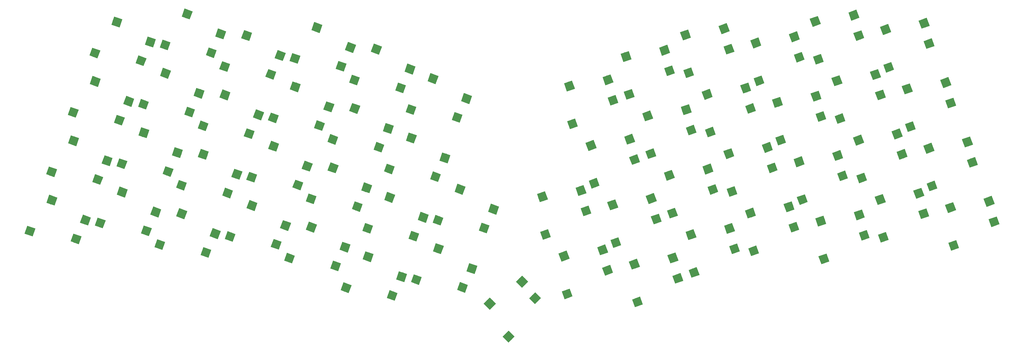
<source format=gbr>
G04 #@! TF.GenerationSoftware,KiCad,Pcbnew,(5.1.2)-1*
G04 #@! TF.CreationDate,2020-06-30T18:44:26+09:00*
G04 #@! TF.ProjectId,avion,6176696f-6e2e-46b6-9963-61645f706362,rev?*
G04 #@! TF.SameCoordinates,Original*
G04 #@! TF.FileFunction,Paste,Bot*
G04 #@! TF.FilePolarity,Positive*
%FSLAX46Y46*%
G04 Gerber Fmt 4.6, Leading zero omitted, Abs format (unit mm)*
G04 Created by KiCad (PCBNEW (5.1.2)-1) date 2020-06-30 18:44:26*
%MOMM*%
%LPD*%
G04 APERTURE LIST*
%ADD10C,2.500000*%
%ADD11C,0.100000*%
%ADD12C,2.600000*%
G04 APERTURE END LIST*
D10*
X26378576Y-69772686D03*
D11*
G36*
X24752943Y-70511226D02*
G01*
X25607993Y-68161995D01*
X28004209Y-69034146D01*
X27149159Y-71383377D01*
X24752943Y-70511226D01*
X24752943Y-70511226D01*
G37*
D10*
X40262050Y-72122846D03*
D11*
G36*
X38636417Y-72861386D02*
G01*
X39491467Y-70512155D01*
X41887683Y-71384306D01*
X41032633Y-73733537D01*
X38636417Y-72861386D01*
X38636417Y-72861386D01*
G37*
D12*
X43085237Y-66456723D03*
D11*
G36*
X44751464Y-65679749D02*
G01*
X43862211Y-68122950D01*
X41419010Y-67233697D01*
X42308263Y-64790496D01*
X44751464Y-65679749D01*
X44751464Y-65679749D01*
G37*
D12*
X32984232Y-60439067D03*
D11*
G36*
X34650459Y-59662093D02*
G01*
X33761206Y-62105294D01*
X31318005Y-61216041D01*
X32207258Y-58772840D01*
X34650459Y-59662093D01*
X34650459Y-59662093D01*
G37*
D12*
X167586722Y-131015059D03*
D11*
G36*
X168363696Y-129348832D02*
G01*
X169252949Y-131792033D01*
X166809748Y-132681286D01*
X165920495Y-130238085D01*
X168363696Y-129348832D01*
X168363696Y-129348832D01*
G37*
D12*
X179192616Y-129132050D03*
D11*
G36*
X179969590Y-127465823D02*
G01*
X180858843Y-129909024D01*
X178415642Y-130798277D01*
X177526389Y-128355076D01*
X179969590Y-127465823D01*
X179969590Y-127465823D01*
G37*
D10*
X180672042Y-135287261D03*
D11*
G36*
X179901459Y-136897952D02*
G01*
X179046409Y-134548721D01*
X181442625Y-133676570D01*
X182297675Y-136025801D01*
X179901459Y-136897952D01*
X179901459Y-136897952D01*
G37*
D10*
X168526031Y-142411059D03*
D11*
G36*
X167755448Y-144021750D02*
G01*
X166900398Y-141672519D01*
X169296614Y-140800368D01*
X170151664Y-143149599D01*
X167755448Y-144021750D01*
X167755448Y-144021750D01*
G37*
D12*
X54143112Y-58003990D03*
D11*
G36*
X55809339Y-57227016D02*
G01*
X54920086Y-59670217D01*
X52476885Y-58780964D01*
X53366138Y-56337763D01*
X55809339Y-57227016D01*
X55809339Y-57227016D01*
G37*
D12*
X64244117Y-64021646D03*
D11*
G36*
X65910344Y-63244672D02*
G01*
X65021091Y-65687873D01*
X62577890Y-64798620D01*
X63467143Y-62355419D01*
X65910344Y-63244672D01*
X65910344Y-63244672D01*
G37*
D10*
X61420930Y-69687769D03*
D11*
G36*
X59795297Y-70426309D02*
G01*
X60650347Y-68077078D01*
X63046563Y-68949229D01*
X62191513Y-71298460D01*
X59795297Y-70426309D01*
X59795297Y-70426309D01*
G37*
D10*
X47537456Y-67337609D03*
D11*
G36*
X45911823Y-68076149D02*
G01*
X46766873Y-65726918D01*
X49163089Y-66599069D01*
X48308039Y-68948300D01*
X45911823Y-68076149D01*
X45911823Y-68076149D01*
G37*
D10*
X65438605Y-73853082D03*
D11*
G36*
X63812972Y-74591622D02*
G01*
X64668022Y-72242391D01*
X67064238Y-73114542D01*
X66209188Y-75463773D01*
X63812972Y-74591622D01*
X63812972Y-74591622D01*
G37*
D10*
X79322079Y-76203242D03*
D11*
G36*
X77696446Y-76941782D02*
G01*
X78551496Y-74592551D01*
X80947712Y-75464702D01*
X80092662Y-77813933D01*
X77696446Y-76941782D01*
X77696446Y-76941782D01*
G37*
D12*
X82145266Y-70537119D03*
D11*
G36*
X83811493Y-69760145D02*
G01*
X82922240Y-72203346D01*
X80479039Y-71314093D01*
X81368292Y-68870892D01*
X83811493Y-69760145D01*
X83811493Y-69760145D01*
G37*
D12*
X72044261Y-64519463D03*
D11*
G36*
X73710488Y-63742489D02*
G01*
X72821235Y-66185690D01*
X70378034Y-65296437D01*
X71267287Y-62853236D01*
X73710488Y-63742489D01*
X73710488Y-63742489D01*
G37*
D12*
X93203151Y-62084374D03*
D11*
G36*
X94869378Y-61307400D02*
G01*
X93980125Y-63750601D01*
X91536924Y-62861348D01*
X92426177Y-60418147D01*
X94869378Y-61307400D01*
X94869378Y-61307400D01*
G37*
D12*
X103304156Y-68102030D03*
D11*
G36*
X104970383Y-67325056D02*
G01*
X104081130Y-69768257D01*
X101637929Y-68879004D01*
X102527182Y-66435803D01*
X104970383Y-67325056D01*
X104970383Y-67325056D01*
G37*
D10*
X100480969Y-73768153D03*
D11*
G36*
X98855336Y-74506693D02*
G01*
X99710386Y-72157462D01*
X102106602Y-73029613D01*
X101251552Y-75378844D01*
X98855336Y-74506693D01*
X98855336Y-74506693D01*
G37*
D10*
X86597495Y-71417993D03*
D11*
G36*
X84971862Y-72156533D02*
G01*
X85826912Y-69807302D01*
X88223128Y-70679453D01*
X87368078Y-73028684D01*
X84971862Y-72156533D01*
X84971862Y-72156533D01*
G37*
D10*
X104498637Y-77933476D03*
D11*
G36*
X102873004Y-78672016D02*
G01*
X103728054Y-76322785D01*
X106124270Y-77194936D01*
X105269220Y-79544167D01*
X102873004Y-78672016D01*
X102873004Y-78672016D01*
G37*
D10*
X118382111Y-80283636D03*
D11*
G36*
X116756478Y-81022176D02*
G01*
X117611528Y-78672945D01*
X120007744Y-79545096D01*
X119152694Y-81894327D01*
X116756478Y-81022176D01*
X116756478Y-81022176D01*
G37*
D12*
X121205298Y-74617513D03*
D11*
G36*
X122871525Y-73840539D02*
G01*
X121982272Y-76283740D01*
X119539071Y-75394487D01*
X120428324Y-72951286D01*
X122871525Y-73840539D01*
X122871525Y-73840539D01*
G37*
D12*
X111104293Y-68599857D03*
D11*
G36*
X112770520Y-67822883D02*
G01*
X111881267Y-70266084D01*
X109438066Y-69376831D01*
X110327319Y-66933630D01*
X112770520Y-67822883D01*
X112770520Y-67822883D01*
G37*
D12*
X128136705Y-77502167D03*
D11*
G36*
X129802932Y-76725193D02*
G01*
X128913679Y-79168394D01*
X126470478Y-78279141D01*
X127359731Y-75835940D01*
X129802932Y-76725193D01*
X129802932Y-76725193D01*
G37*
D12*
X138237710Y-83519823D03*
D11*
G36*
X139903937Y-82742849D02*
G01*
X139014684Y-85186050D01*
X136571483Y-84296797D01*
X137460736Y-81853596D01*
X139903937Y-82742849D01*
X139903937Y-82742849D01*
G37*
D10*
X135414523Y-89185946D03*
D11*
G36*
X133788890Y-89924486D02*
G01*
X134643940Y-87575255D01*
X137040156Y-88447406D01*
X136185106Y-90796637D01*
X133788890Y-89924486D01*
X133788890Y-89924486D01*
G37*
D10*
X121531049Y-86835786D03*
D11*
G36*
X119905416Y-87574326D02*
G01*
X120760466Y-85225095D01*
X123156682Y-86097246D01*
X122301632Y-88446477D01*
X119905416Y-87574326D01*
X119905416Y-87574326D01*
G37*
D12*
X169199154Y-79746717D03*
D11*
G36*
X169976128Y-78080490D02*
G01*
X170865381Y-80523691D01*
X168422180Y-81412944D01*
X167532927Y-78969743D01*
X169976128Y-78080490D01*
X169976128Y-78080490D01*
G37*
D12*
X180805048Y-77863708D03*
D11*
G36*
X181582022Y-76197481D02*
G01*
X182471275Y-78640682D01*
X180028074Y-79529935D01*
X179138821Y-77086734D01*
X181582022Y-76197481D01*
X181582022Y-76197481D01*
G37*
D10*
X182284474Y-84018919D03*
D11*
G36*
X181513891Y-85629610D02*
G01*
X180658841Y-83280379D01*
X183055057Y-82408228D01*
X183910107Y-84757459D01*
X181513891Y-85629610D01*
X181513891Y-85629610D01*
G37*
D10*
X170138463Y-91142717D03*
D11*
G36*
X169367880Y-92753408D02*
G01*
X168512830Y-90404177D01*
X170909046Y-89532026D01*
X171764096Y-91881257D01*
X169367880Y-92753408D01*
X169367880Y-92753408D01*
G37*
D12*
X186231570Y-70844409D03*
D11*
G36*
X187008544Y-69178182D02*
G01*
X187897797Y-71621383D01*
X185454596Y-72510636D01*
X184565343Y-70067435D01*
X187008544Y-69178182D01*
X187008544Y-69178182D01*
G37*
D12*
X197837464Y-68961400D03*
D11*
G36*
X198614438Y-67295173D02*
G01*
X199503691Y-69738374D01*
X197060490Y-70627627D01*
X196171237Y-68184426D01*
X198614438Y-67295173D01*
X198614438Y-67295173D01*
G37*
D10*
X199316890Y-75116611D03*
D11*
G36*
X198546307Y-76727302D02*
G01*
X197691257Y-74378071D01*
X200087473Y-73505920D01*
X200942523Y-75855151D01*
X198546307Y-76727302D01*
X198546307Y-76727302D01*
G37*
D10*
X187170879Y-82240409D03*
D11*
G36*
X186400296Y-83851100D02*
G01*
X185545246Y-81501869D01*
X187941462Y-80629718D01*
X188796512Y-82978949D01*
X186400296Y-83851100D01*
X186400296Y-83851100D01*
G37*
D10*
X205072023Y-75724931D03*
D11*
G36*
X204301440Y-77335622D02*
G01*
X203446390Y-74986391D01*
X205842606Y-74114240D01*
X206697656Y-76463471D01*
X204301440Y-77335622D01*
X204301440Y-77335622D01*
G37*
D10*
X217218034Y-68601133D03*
D11*
G36*
X216447451Y-70211824D02*
G01*
X215592401Y-67862593D01*
X217988617Y-66990442D01*
X218843667Y-69339673D01*
X216447451Y-70211824D01*
X216447451Y-70211824D01*
G37*
D12*
X215738608Y-62445922D03*
D11*
G36*
X216515582Y-60779695D02*
G01*
X217404835Y-63222896D01*
X214961634Y-64112149D01*
X214072381Y-61668948D01*
X216515582Y-60779695D01*
X216515582Y-60779695D01*
G37*
D12*
X204132714Y-64328931D03*
D11*
G36*
X204909688Y-62662704D02*
G01*
X205798941Y-65105905D01*
X203355740Y-65995158D01*
X202466487Y-63551957D01*
X204909688Y-62662704D01*
X204909688Y-62662704D01*
G37*
D10*
X226230904Y-78160020D03*
D11*
G36*
X225460321Y-79770711D02*
G01*
X224605271Y-77421480D01*
X227001487Y-76549329D01*
X227856537Y-78898560D01*
X225460321Y-79770711D01*
X225460321Y-79770711D01*
G37*
D10*
X238376915Y-71036222D03*
D11*
G36*
X237606332Y-72646913D02*
G01*
X236751282Y-70297682D01*
X239147498Y-69425531D01*
X240002548Y-71774762D01*
X237606332Y-72646913D01*
X237606332Y-72646913D01*
G37*
D12*
X236897489Y-64881011D03*
D11*
G36*
X237674463Y-63214784D02*
G01*
X238563716Y-65657985D01*
X236120515Y-66547238D01*
X235231262Y-64104037D01*
X237674463Y-63214784D01*
X237674463Y-63214784D01*
G37*
D12*
X225291595Y-66764020D03*
D11*
G36*
X226068569Y-65097793D02*
G01*
X226957822Y-67540994D01*
X224514621Y-68430247D01*
X223625368Y-65987046D01*
X226068569Y-65097793D01*
X226068569Y-65097793D01*
G37*
D12*
X243192745Y-60248536D03*
D11*
G36*
X243969719Y-58582309D02*
G01*
X244858972Y-61025510D01*
X242415771Y-61914763D01*
X241526518Y-59471562D01*
X243969719Y-58582309D01*
X243969719Y-58582309D01*
G37*
D12*
X254798639Y-58365527D03*
D11*
G36*
X255575613Y-56699300D02*
G01*
X256464866Y-59142501D01*
X254021665Y-60031754D01*
X253132412Y-57588553D01*
X255575613Y-56699300D01*
X255575613Y-56699300D01*
G37*
D10*
X256278065Y-64520738D03*
D11*
G36*
X255507482Y-66131429D02*
G01*
X254652432Y-63782198D01*
X257048648Y-62910047D01*
X257903698Y-65259278D01*
X255507482Y-66131429D01*
X255507482Y-66131429D01*
G37*
D10*
X244132054Y-71644536D03*
D11*
G36*
X243361471Y-73255227D02*
G01*
X242506421Y-70905996D01*
X244902637Y-70033845D01*
X245757687Y-72383076D01*
X243361471Y-73255227D01*
X243361471Y-73255227D01*
G37*
D12*
X264351630Y-62683620D03*
D11*
G36*
X265128604Y-61017393D02*
G01*
X266017857Y-63460594D01*
X263574656Y-64349847D01*
X262685403Y-61906646D01*
X265128604Y-61017393D01*
X265128604Y-61017393D01*
G37*
D12*
X275957524Y-60800611D03*
D11*
G36*
X276734498Y-59134384D02*
G01*
X277623751Y-61577585D01*
X275180550Y-62466838D01*
X274291297Y-60023637D01*
X276734498Y-59134384D01*
X276734498Y-59134384D01*
G37*
D10*
X277436950Y-66955822D03*
D11*
G36*
X276666367Y-68566513D02*
G01*
X275811317Y-66217282D01*
X278207533Y-65345131D01*
X279062583Y-67694362D01*
X276666367Y-68566513D01*
X276666367Y-68566513D01*
G37*
D10*
X265290939Y-74079620D03*
D11*
G36*
X264520356Y-75690311D02*
G01*
X263665306Y-73341080D01*
X266061522Y-72468929D01*
X266916572Y-74818160D01*
X264520356Y-75690311D01*
X264520356Y-75690311D01*
G37*
D10*
X19863097Y-87673839D03*
D11*
G36*
X18237464Y-88412379D02*
G01*
X19092514Y-86063148D01*
X21488730Y-86935299D01*
X20633680Y-89284530D01*
X18237464Y-88412379D01*
X18237464Y-88412379D01*
G37*
D10*
X33746571Y-90023999D03*
D11*
G36*
X32120938Y-90762539D02*
G01*
X32975988Y-88413308D01*
X35372204Y-89285459D01*
X34517154Y-91634690D01*
X32120938Y-90762539D01*
X32120938Y-90762539D01*
G37*
D12*
X36569758Y-84357876D03*
D11*
G36*
X38235985Y-83580902D02*
G01*
X37346732Y-86024103D01*
X34903531Y-85134850D01*
X35792784Y-82691649D01*
X38235985Y-83580902D01*
X38235985Y-83580902D01*
G37*
D12*
X26468753Y-78340220D03*
D11*
G36*
X28134980Y-77563246D02*
G01*
X27245727Y-80006447D01*
X24802526Y-79117194D01*
X25691779Y-76673993D01*
X28134980Y-77563246D01*
X28134980Y-77563246D01*
G37*
D12*
X47627633Y-75905132D03*
D11*
G36*
X49293860Y-75128158D02*
G01*
X48404607Y-77571359D01*
X45961406Y-76682106D01*
X46850659Y-74238905D01*
X49293860Y-75128158D01*
X49293860Y-75128158D01*
G37*
D12*
X57728638Y-81922788D03*
D11*
G36*
X59394865Y-81145814D02*
G01*
X58505612Y-83589015D01*
X56062411Y-82699762D01*
X56951664Y-80256561D01*
X59394865Y-81145814D01*
X59394865Y-81145814D01*
G37*
D10*
X54905451Y-87588911D03*
D11*
G36*
X53279818Y-88327451D02*
G01*
X54134868Y-85978220D01*
X56531084Y-86850371D01*
X55676034Y-89199602D01*
X53279818Y-88327451D01*
X53279818Y-88327451D01*
G37*
D10*
X41021977Y-85238751D03*
D11*
G36*
X39396344Y-85977291D02*
G01*
X40251394Y-83628060D01*
X42647610Y-84500211D01*
X41792560Y-86849442D01*
X39396344Y-85977291D01*
X39396344Y-85977291D01*
G37*
D10*
X58923122Y-91754227D03*
D11*
G36*
X57297489Y-92492767D02*
G01*
X58152539Y-90143536D01*
X60548755Y-91015687D01*
X59693705Y-93364918D01*
X57297489Y-92492767D01*
X57297489Y-92492767D01*
G37*
D10*
X72806596Y-94104387D03*
D11*
G36*
X71180963Y-94842927D02*
G01*
X72036013Y-92493696D01*
X74432229Y-93365847D01*
X73577179Y-95715078D01*
X71180963Y-94842927D01*
X71180963Y-94842927D01*
G37*
D12*
X75629783Y-88438264D03*
D11*
G36*
X77296010Y-87661290D02*
G01*
X76406757Y-90104491D01*
X73963556Y-89215238D01*
X74852809Y-86772037D01*
X77296010Y-87661290D01*
X77296010Y-87661290D01*
G37*
D12*
X65528778Y-82420608D03*
D11*
G36*
X67195005Y-81643634D02*
G01*
X66305752Y-84086835D01*
X63862551Y-83197582D01*
X64751804Y-80754381D01*
X67195005Y-81643634D01*
X67195005Y-81643634D01*
G37*
D12*
X86687665Y-79985523D03*
D11*
G36*
X88353892Y-79208549D02*
G01*
X87464639Y-81651750D01*
X85021438Y-80762497D01*
X85910691Y-78319296D01*
X88353892Y-79208549D01*
X88353892Y-79208549D01*
G37*
D12*
X96788670Y-86003179D03*
D11*
G36*
X98454897Y-85226205D02*
G01*
X97565644Y-87669406D01*
X95122443Y-86780153D01*
X96011696Y-84336952D01*
X98454897Y-85226205D01*
X98454897Y-85226205D01*
G37*
D10*
X93965483Y-91669302D03*
D11*
G36*
X92339850Y-92407842D02*
G01*
X93194900Y-90058611D01*
X95591116Y-90930762D01*
X94736066Y-93279993D01*
X92339850Y-92407842D01*
X92339850Y-92407842D01*
G37*
D10*
X80082009Y-89319142D03*
D11*
G36*
X78456376Y-90057682D02*
G01*
X79311426Y-87708451D01*
X81707642Y-88580602D01*
X80852592Y-90929833D01*
X78456376Y-90057682D01*
X78456376Y-90057682D01*
G37*
D12*
X104588813Y-86501007D03*
D11*
G36*
X106255040Y-85724033D02*
G01*
X105365787Y-88167234D01*
X102922586Y-87277981D01*
X103811839Y-84834780D01*
X106255040Y-85724033D01*
X106255040Y-85724033D01*
G37*
D12*
X114689818Y-92518663D03*
D11*
G36*
X116356045Y-91741689D02*
G01*
X115466792Y-94184890D01*
X113023591Y-93295637D01*
X113912844Y-90852436D01*
X116356045Y-91741689D01*
X116356045Y-91741689D01*
G37*
D10*
X111866631Y-98184786D03*
D11*
G36*
X110240998Y-98923326D02*
G01*
X111096048Y-96574095D01*
X113492264Y-97446246D01*
X112637214Y-99795477D01*
X110240998Y-98923326D01*
X110240998Y-98923326D01*
G37*
D10*
X97983157Y-95834626D03*
D11*
G36*
X96357524Y-96573166D02*
G01*
X97212574Y-94223935D01*
X99608790Y-95096086D01*
X98753740Y-97445317D01*
X96357524Y-96573166D01*
X96357524Y-96573166D01*
G37*
D10*
X115015569Y-104736930D03*
D11*
G36*
X113389936Y-105475470D02*
G01*
X114244986Y-103126239D01*
X116641202Y-103998390D01*
X115786152Y-106347621D01*
X113389936Y-105475470D01*
X113389936Y-105475470D01*
G37*
D10*
X128899043Y-107087090D03*
D11*
G36*
X127273410Y-107825630D02*
G01*
X128128460Y-105476399D01*
X130524676Y-106348550D01*
X129669626Y-108697781D01*
X127273410Y-107825630D01*
X127273410Y-107825630D01*
G37*
D12*
X131722230Y-101420967D03*
D11*
G36*
X133388457Y-100643993D02*
G01*
X132499204Y-103087194D01*
X130056003Y-102197941D01*
X130945256Y-99754740D01*
X133388457Y-100643993D01*
X133388457Y-100643993D01*
G37*
D12*
X121621225Y-95403311D03*
D11*
G36*
X123287452Y-94626337D02*
G01*
X122398199Y-97069538D01*
X119954998Y-96180285D01*
X120844251Y-93737084D01*
X123287452Y-94626337D01*
X123287452Y-94626337D01*
G37*
D10*
X176653947Y-109043857D03*
D11*
G36*
X175883364Y-110654548D02*
G01*
X175028314Y-108305317D01*
X177424530Y-107433166D01*
X178279580Y-109782397D01*
X175883364Y-110654548D01*
X175883364Y-110654548D01*
G37*
D10*
X188799958Y-101920059D03*
D11*
G36*
X188029375Y-103530750D02*
G01*
X187174325Y-101181519D01*
X189570541Y-100309368D01*
X190425591Y-102658599D01*
X188029375Y-103530750D01*
X188029375Y-103530750D01*
G37*
D12*
X187320532Y-95764848D03*
D11*
G36*
X188097506Y-94098621D02*
G01*
X188986759Y-96541822D01*
X186543558Y-97431075D01*
X185654305Y-94987874D01*
X188097506Y-94098621D01*
X188097506Y-94098621D01*
G37*
D12*
X175714638Y-97647857D03*
D11*
G36*
X176491612Y-95981630D02*
G01*
X177380865Y-98424831D01*
X174937664Y-99314084D01*
X174048411Y-96870883D01*
X176491612Y-95981630D01*
X176491612Y-95981630D01*
G37*
D12*
X192747054Y-88745555D03*
D11*
G36*
X193524028Y-87079328D02*
G01*
X194413281Y-89522529D01*
X191970080Y-90411782D01*
X191080827Y-87968581D01*
X193524028Y-87079328D01*
X193524028Y-87079328D01*
G37*
D12*
X204352948Y-86862546D03*
D11*
G36*
X205129922Y-85196319D02*
G01*
X206019175Y-87639520D01*
X203575974Y-88528773D01*
X202686721Y-86085572D01*
X205129922Y-85196319D01*
X205129922Y-85196319D01*
G37*
D10*
X205832374Y-93017757D03*
D11*
G36*
X205061791Y-94628448D02*
G01*
X204206741Y-92279217D01*
X206602957Y-91407066D01*
X207458007Y-93756297D01*
X205061791Y-94628448D01*
X205061791Y-94628448D01*
G37*
D10*
X193686363Y-100141555D03*
D11*
G36*
X192915780Y-101752246D02*
G01*
X192060730Y-99403015D01*
X194456946Y-98530864D01*
X195311996Y-100880095D01*
X192915780Y-101752246D01*
X192915780Y-101752246D01*
G37*
D10*
X211587509Y-93626075D03*
D11*
G36*
X210816926Y-95236766D02*
G01*
X209961876Y-92887535D01*
X212358092Y-92015384D01*
X213213142Y-94364615D01*
X210816926Y-95236766D01*
X210816926Y-95236766D01*
G37*
D10*
X223733520Y-86502277D03*
D11*
G36*
X222962937Y-88112968D02*
G01*
X222107887Y-85763737D01*
X224504103Y-84891586D01*
X225359153Y-87240817D01*
X222962937Y-88112968D01*
X222962937Y-88112968D01*
G37*
D12*
X222254094Y-80347066D03*
D11*
G36*
X223031068Y-78680839D02*
G01*
X223920321Y-81124040D01*
X221477120Y-82013293D01*
X220587867Y-79570092D01*
X223031068Y-78680839D01*
X223031068Y-78680839D01*
G37*
D12*
X210648200Y-82230075D03*
D11*
G36*
X211425174Y-80563848D02*
G01*
X212314427Y-83007049D01*
X209871226Y-83896302D01*
X208981973Y-81453101D01*
X211425174Y-80563848D01*
X211425174Y-80563848D01*
G37*
D10*
X232746388Y-96061161D03*
D11*
G36*
X231975805Y-97671852D02*
G01*
X231120755Y-95322621D01*
X233516971Y-94450470D01*
X234372021Y-96799701D01*
X231975805Y-97671852D01*
X231975805Y-97671852D01*
G37*
D10*
X244892399Y-88937363D03*
D11*
G36*
X244121816Y-90548054D02*
G01*
X243266766Y-88198823D01*
X245662982Y-87326672D01*
X246518032Y-89675903D01*
X244121816Y-90548054D01*
X244121816Y-90548054D01*
G37*
D12*
X243412973Y-82782152D03*
D11*
G36*
X244189947Y-81115925D02*
G01*
X245079200Y-83559126D01*
X242635999Y-84448379D01*
X241746746Y-82005178D01*
X244189947Y-81115925D01*
X244189947Y-81115925D01*
G37*
D12*
X231807079Y-84665161D03*
D11*
G36*
X232584053Y-82998934D02*
G01*
X233473306Y-85442135D01*
X231030105Y-86331388D01*
X230140852Y-83888187D01*
X232584053Y-82998934D01*
X232584053Y-82998934D01*
G37*
D12*
X249708233Y-78149688D03*
D11*
G36*
X250485207Y-76483461D02*
G01*
X251374460Y-78926662D01*
X248931259Y-79815915D01*
X248042006Y-77372714D01*
X250485207Y-76483461D01*
X250485207Y-76483461D01*
G37*
D12*
X261314127Y-76266679D03*
D11*
G36*
X262091101Y-74600452D02*
G01*
X262980354Y-77043653D01*
X260537153Y-77932906D01*
X259647900Y-75489705D01*
X262091101Y-74600452D01*
X262091101Y-74600452D01*
G37*
D10*
X262793553Y-82421890D03*
D11*
G36*
X262022970Y-84032581D02*
G01*
X261167920Y-81683350D01*
X263564136Y-80811199D01*
X264419186Y-83160430D01*
X262022970Y-84032581D01*
X262022970Y-84032581D01*
G37*
D10*
X250647542Y-89545688D03*
D11*
G36*
X249876959Y-91156379D02*
G01*
X249021909Y-88807148D01*
X251418125Y-87934997D01*
X252273175Y-90284228D01*
X249876959Y-91156379D01*
X249876959Y-91156379D01*
G37*
D12*
X270867115Y-80584770D03*
D11*
G36*
X271644089Y-78918543D02*
G01*
X272533342Y-81361744D01*
X270090141Y-82250997D01*
X269200888Y-79807796D01*
X271644089Y-78918543D01*
X271644089Y-78918543D01*
G37*
D12*
X282473009Y-78701761D03*
D11*
G36*
X283249983Y-77035534D02*
G01*
X284139236Y-79478735D01*
X281696035Y-80367988D01*
X280806782Y-77924787D01*
X283249983Y-77035534D01*
X283249983Y-77035534D01*
G37*
D10*
X283952435Y-84856972D03*
D11*
G36*
X283181852Y-86467663D02*
G01*
X282326802Y-84118432D01*
X284723018Y-83246281D01*
X285578068Y-85595512D01*
X283181852Y-86467663D01*
X283181852Y-86467663D01*
G37*
D10*
X271806424Y-91980770D03*
D11*
G36*
X271035841Y-93591461D02*
G01*
X270180791Y-91242230D01*
X272577007Y-90370079D01*
X273432057Y-92719310D01*
X271035841Y-93591461D01*
X271035841Y-93591461D01*
G37*
D10*
X13347613Y-105574981D03*
D11*
G36*
X11721980Y-106313521D02*
G01*
X12577030Y-103964290D01*
X14973246Y-104836441D01*
X14118196Y-107185672D01*
X11721980Y-106313521D01*
X11721980Y-106313521D01*
G37*
D10*
X27231087Y-107925141D03*
D11*
G36*
X25605454Y-108663681D02*
G01*
X26460504Y-106314450D01*
X28856720Y-107186601D01*
X28001670Y-109535832D01*
X25605454Y-108663681D01*
X25605454Y-108663681D01*
G37*
D12*
X30054274Y-102259018D03*
D11*
G36*
X31720501Y-101482044D02*
G01*
X30831248Y-103925245D01*
X28388047Y-103035992D01*
X29277300Y-100592791D01*
X31720501Y-101482044D01*
X31720501Y-101482044D01*
G37*
D12*
X19953269Y-96241362D03*
D11*
G36*
X21619496Y-95464388D02*
G01*
X20730243Y-97907589D01*
X18287042Y-97018336D01*
X19176295Y-94575135D01*
X21619496Y-95464388D01*
X21619496Y-95464388D01*
G37*
D12*
X41112151Y-93806271D03*
D11*
G36*
X42778378Y-93029297D02*
G01*
X41889125Y-95472498D01*
X39445924Y-94583245D01*
X40335177Y-92140044D01*
X42778378Y-93029297D01*
X42778378Y-93029297D01*
G37*
D12*
X51213156Y-99823927D03*
D11*
G36*
X52879383Y-99046953D02*
G01*
X51990130Y-101490154D01*
X49546929Y-100600901D01*
X50436182Y-98157700D01*
X52879383Y-99046953D01*
X52879383Y-99046953D01*
G37*
D10*
X48389969Y-105490050D03*
D11*
G36*
X46764336Y-106228590D02*
G01*
X47619386Y-103879359D01*
X50015602Y-104751510D01*
X49160552Y-107100741D01*
X46764336Y-106228590D01*
X46764336Y-106228590D01*
G37*
D10*
X34506495Y-103139890D03*
D11*
G36*
X32880862Y-103878430D02*
G01*
X33735912Y-101529199D01*
X36132128Y-102401350D01*
X35277078Y-104750581D01*
X32880862Y-103878430D01*
X32880862Y-103878430D01*
G37*
D12*
X59013298Y-100321751D03*
D11*
G36*
X60679525Y-99544777D02*
G01*
X59790272Y-101987978D01*
X57347071Y-101098725D01*
X58236324Y-98655524D01*
X60679525Y-99544777D01*
X60679525Y-99544777D01*
G37*
D12*
X69114303Y-106339407D03*
D11*
G36*
X70780530Y-105562433D02*
G01*
X69891277Y-108005634D01*
X67448076Y-107116381D01*
X68337329Y-104673180D01*
X70780530Y-105562433D01*
X70780530Y-105562433D01*
G37*
D10*
X66291116Y-112005530D03*
D11*
G36*
X64665483Y-112744070D02*
G01*
X65520533Y-110394839D01*
X67916749Y-111266990D01*
X67061699Y-113616221D01*
X64665483Y-112744070D01*
X64665483Y-112744070D01*
G37*
D10*
X52407642Y-109655370D03*
D11*
G36*
X50782009Y-110393910D02*
G01*
X51637059Y-108044679D01*
X54033275Y-108916830D01*
X53178225Y-111266061D01*
X50782009Y-110393910D01*
X50782009Y-110393910D01*
G37*
D10*
X73566535Y-107220287D03*
D11*
G36*
X71940902Y-107958827D02*
G01*
X72795952Y-105609596D01*
X75192168Y-106481747D01*
X74337118Y-108830978D01*
X71940902Y-107958827D01*
X71940902Y-107958827D01*
G37*
D10*
X87450009Y-109570447D03*
D11*
G36*
X85824376Y-110308987D02*
G01*
X86679426Y-107959756D01*
X89075642Y-108831907D01*
X88220592Y-111181138D01*
X85824376Y-110308987D01*
X85824376Y-110308987D01*
G37*
D12*
X90273196Y-103904324D03*
D11*
G36*
X91939423Y-103127350D02*
G01*
X91050170Y-105570551D01*
X88606969Y-104681298D01*
X89496222Y-102238097D01*
X91939423Y-103127350D01*
X91939423Y-103127350D01*
G37*
D12*
X80172191Y-97886668D03*
D11*
G36*
X81838418Y-97109694D02*
G01*
X80949165Y-99552895D01*
X78505964Y-98663642D01*
X79395217Y-96220441D01*
X81838418Y-97109694D01*
X81838418Y-97109694D01*
G37*
D12*
X98073328Y-104402154D03*
D11*
G36*
X99739555Y-103625180D02*
G01*
X98850302Y-106068381D01*
X96407101Y-105179128D01*
X97296354Y-102735927D01*
X99739555Y-103625180D01*
X99739555Y-103625180D01*
G37*
D12*
X108174333Y-110419810D03*
D11*
G36*
X109840560Y-109642836D02*
G01*
X108951307Y-112086037D01*
X106508106Y-111196784D01*
X107397359Y-108753583D01*
X109840560Y-109642836D01*
X109840560Y-109642836D01*
G37*
D10*
X105351146Y-116085933D03*
D11*
G36*
X103725513Y-116824473D02*
G01*
X104580563Y-114475242D01*
X106976779Y-115347393D01*
X106121729Y-117696624D01*
X103725513Y-116824473D01*
X103725513Y-116824473D01*
G37*
D10*
X91467672Y-113735773D03*
D11*
G36*
X89842039Y-114474313D02*
G01*
X90697089Y-112125082D01*
X93093305Y-112997233D01*
X92238255Y-115346464D01*
X89842039Y-114474313D01*
X89842039Y-114474313D01*
G37*
D10*
X108500079Y-122638071D03*
D11*
G36*
X106874446Y-123376611D02*
G01*
X107729496Y-121027380D01*
X110125712Y-121899531D01*
X109270662Y-124248762D01*
X106874446Y-123376611D01*
X106874446Y-123376611D01*
G37*
D10*
X122383553Y-124988231D03*
D11*
G36*
X120757920Y-125726771D02*
G01*
X121612970Y-123377540D01*
X124009186Y-124249691D01*
X123154136Y-126598922D01*
X120757920Y-125726771D01*
X120757920Y-125726771D01*
G37*
D12*
X125206740Y-119322108D03*
D11*
G36*
X126872967Y-118545134D02*
G01*
X125983714Y-120988335D01*
X123540513Y-120099082D01*
X124429766Y-117655881D01*
X126872967Y-118545134D01*
X126872967Y-118545134D01*
G37*
D12*
X115105735Y-113304452D03*
D11*
G36*
X116771962Y-112527478D02*
G01*
X115882709Y-114970679D01*
X113439508Y-114081426D01*
X114328761Y-111638225D01*
X116771962Y-112527478D01*
X116771962Y-112527478D01*
G37*
D10*
X183169434Y-126945001D03*
D11*
G36*
X182398851Y-128555692D02*
G01*
X181543801Y-126206461D01*
X183940017Y-125334310D01*
X184795067Y-127683541D01*
X182398851Y-128555692D01*
X182398851Y-128555692D01*
G37*
D10*
X195315445Y-119821203D03*
D11*
G36*
X194544862Y-121431894D02*
G01*
X193689812Y-119082663D01*
X196086028Y-118210512D01*
X196941078Y-120559743D01*
X194544862Y-121431894D01*
X194544862Y-121431894D01*
G37*
D12*
X193836019Y-113665992D03*
D11*
G36*
X194612993Y-111999765D02*
G01*
X195502246Y-114442966D01*
X193059045Y-115332219D01*
X192169792Y-112889018D01*
X194612993Y-111999765D01*
X194612993Y-111999765D01*
G37*
D12*
X182230125Y-115549001D03*
D11*
G36*
X183007099Y-113882774D02*
G01*
X183896352Y-116325975D01*
X181453151Y-117215228D01*
X180563898Y-114772027D01*
X183007099Y-113882774D01*
X183007099Y-113882774D01*
G37*
D10*
X200201852Y-118042701D03*
D11*
G36*
X199431269Y-119653392D02*
G01*
X198576219Y-117304161D01*
X200972435Y-116432010D01*
X201827485Y-118781241D01*
X199431269Y-119653392D01*
X199431269Y-119653392D01*
G37*
D10*
X212347863Y-110918903D03*
D11*
G36*
X211577280Y-112529594D02*
G01*
X210722230Y-110180363D01*
X213118446Y-109308212D01*
X213973496Y-111657443D01*
X211577280Y-112529594D01*
X211577280Y-112529594D01*
G37*
D12*
X210868437Y-104763692D03*
D11*
G36*
X211645411Y-103097465D02*
G01*
X212534664Y-105540666D01*
X210091463Y-106429919D01*
X209202210Y-103986718D01*
X211645411Y-103097465D01*
X211645411Y-103097465D01*
G37*
D12*
X199262543Y-106646701D03*
D11*
G36*
X200039517Y-104980474D02*
G01*
X200928770Y-107423675D01*
X198485569Y-108312928D01*
X197596316Y-105869727D01*
X200039517Y-104980474D01*
X200039517Y-104980474D01*
G37*
D12*
X217163685Y-100131222D03*
D11*
G36*
X217940659Y-98464995D02*
G01*
X218829912Y-100908196D01*
X216386711Y-101797449D01*
X215497458Y-99354248D01*
X217940659Y-98464995D01*
X217940659Y-98464995D01*
G37*
D12*
X228769579Y-98248213D03*
D11*
G36*
X229546553Y-96581986D02*
G01*
X230435806Y-99025187D01*
X227992605Y-99914440D01*
X227103352Y-97471239D01*
X229546553Y-96581986D01*
X229546553Y-96581986D01*
G37*
D10*
X230249005Y-104403424D03*
D11*
G36*
X229478422Y-106014115D02*
G01*
X228623372Y-103664884D01*
X231019588Y-102792733D01*
X231874638Y-105141964D01*
X229478422Y-106014115D01*
X229478422Y-106014115D01*
G37*
D10*
X218102994Y-111527222D03*
D11*
G36*
X217332411Y-113137913D02*
G01*
X216477361Y-110788682D01*
X218873577Y-109916531D01*
X219728627Y-112265762D01*
X217332411Y-113137913D01*
X217332411Y-113137913D01*
G37*
D12*
X238322568Y-102566305D03*
D11*
G36*
X239099542Y-100900078D02*
G01*
X239988795Y-103343279D01*
X237545594Y-104232532D01*
X236656341Y-101789331D01*
X239099542Y-100900078D01*
X239099542Y-100900078D01*
G37*
D12*
X249928462Y-100683296D03*
D11*
G36*
X250705436Y-99017069D02*
G01*
X251594689Y-101460270D01*
X249151488Y-102349523D01*
X248262235Y-99906322D01*
X250705436Y-99017069D01*
X250705436Y-99017069D01*
G37*
D10*
X251407888Y-106838507D03*
D11*
G36*
X250637305Y-108449198D02*
G01*
X249782255Y-106099967D01*
X252178471Y-105227816D01*
X253033521Y-107577047D01*
X250637305Y-108449198D01*
X250637305Y-108449198D01*
G37*
D10*
X239261877Y-113962305D03*
D11*
G36*
X238491294Y-115572996D02*
G01*
X237636244Y-113223765D01*
X240032460Y-112351614D01*
X240887510Y-114700845D01*
X238491294Y-115572996D01*
X238491294Y-115572996D01*
G37*
D10*
X257163026Y-107446820D03*
D11*
G36*
X256392443Y-109057511D02*
G01*
X255537393Y-106708280D01*
X257933609Y-105836129D01*
X258788659Y-108185360D01*
X256392443Y-109057511D01*
X256392443Y-109057511D01*
G37*
D10*
X269309037Y-100323022D03*
D11*
G36*
X268538454Y-101933713D02*
G01*
X267683404Y-99584482D01*
X270079620Y-98712331D01*
X270934670Y-101061562D01*
X268538454Y-101933713D01*
X268538454Y-101933713D01*
G37*
D12*
X267829611Y-94167811D03*
D11*
G36*
X268606585Y-92501584D02*
G01*
X269495838Y-94944785D01*
X267052637Y-95834038D01*
X266163384Y-93390837D01*
X268606585Y-92501584D01*
X268606585Y-92501584D01*
G37*
D12*
X256223717Y-96050820D03*
D11*
G36*
X257000691Y-94384593D02*
G01*
X257889944Y-96827794D01*
X255446743Y-97717047D01*
X254557490Y-95273846D01*
X257000691Y-94384593D01*
X257000691Y-94384593D01*
G37*
D10*
X278321911Y-109881910D03*
D11*
G36*
X277551328Y-111492601D02*
G01*
X276696278Y-109143370D01*
X279092494Y-108271219D01*
X279947544Y-110620450D01*
X277551328Y-111492601D01*
X277551328Y-111492601D01*
G37*
D10*
X290467922Y-102758112D03*
D11*
G36*
X289697339Y-104368803D02*
G01*
X288842289Y-102019572D01*
X291238505Y-101147421D01*
X292093555Y-103496652D01*
X289697339Y-104368803D01*
X289697339Y-104368803D01*
G37*
D12*
X288988496Y-96602901D03*
D11*
G36*
X289765470Y-94936674D02*
G01*
X290654723Y-97379875D01*
X288211522Y-98269128D01*
X287322269Y-95825927D01*
X289765470Y-94936674D01*
X289765470Y-94936674D01*
G37*
D12*
X277382602Y-98485910D03*
D11*
G36*
X278159576Y-96819683D02*
G01*
X279048829Y-99262884D01*
X276605628Y-100152137D01*
X275716375Y-97708936D01*
X278159576Y-96819683D01*
X278159576Y-96819683D01*
G37*
D10*
X6832125Y-123476122D03*
D11*
G36*
X5206492Y-124214662D02*
G01*
X6061542Y-121865431D01*
X8457758Y-122737582D01*
X7602708Y-125086813D01*
X5206492Y-124214662D01*
X5206492Y-124214662D01*
G37*
D10*
X20715599Y-125826282D03*
D11*
G36*
X19089966Y-126564822D02*
G01*
X19945016Y-124215591D01*
X22341232Y-125087742D01*
X21486182Y-127436973D01*
X19089966Y-126564822D01*
X19089966Y-126564822D01*
G37*
D12*
X23538786Y-120160159D03*
D11*
G36*
X25205013Y-119383185D02*
G01*
X24315760Y-121826386D01*
X21872559Y-120937133D01*
X22761812Y-118493932D01*
X25205013Y-119383185D01*
X25205013Y-119383185D01*
G37*
D12*
X13437781Y-114142503D03*
D11*
G36*
X15104008Y-113365529D02*
G01*
X14214755Y-115808730D01*
X11771554Y-114919477D01*
X12660807Y-112476276D01*
X15104008Y-113365529D01*
X15104008Y-113365529D01*
G37*
D10*
X27991011Y-121041036D03*
D11*
G36*
X26365378Y-121779576D02*
G01*
X27220428Y-119430345D01*
X29616644Y-120302496D01*
X28761594Y-122651727D01*
X26365378Y-121779576D01*
X26365378Y-121779576D01*
G37*
D10*
X41874485Y-123391196D03*
D11*
G36*
X40248852Y-124129736D02*
G01*
X41103902Y-121780505D01*
X43500118Y-122652656D01*
X42645068Y-125001887D01*
X40248852Y-124129736D01*
X40248852Y-124129736D01*
G37*
D12*
X44697672Y-117725073D03*
D11*
G36*
X46363899Y-116948099D02*
G01*
X45474646Y-119391300D01*
X43031445Y-118502047D01*
X43920698Y-116058846D01*
X46363899Y-116948099D01*
X46363899Y-116948099D01*
G37*
D12*
X34596667Y-111707417D03*
D11*
G36*
X36262894Y-110930443D02*
G01*
X35373641Y-113373644D01*
X32930440Y-112484391D01*
X33819693Y-110041190D01*
X36262894Y-110930443D01*
X36262894Y-110930443D01*
G37*
D12*
X52497815Y-118222905D03*
D11*
G36*
X54164042Y-117445931D02*
G01*
X53274789Y-119889132D01*
X50831588Y-118999879D01*
X51720841Y-116556678D01*
X54164042Y-117445931D01*
X54164042Y-117445931D01*
G37*
D12*
X62598820Y-124240561D03*
D11*
G36*
X64265047Y-123463587D02*
G01*
X63375794Y-125906788D01*
X60932593Y-125017535D01*
X61821846Y-122574334D01*
X64265047Y-123463587D01*
X64265047Y-123463587D01*
G37*
D10*
X59775633Y-129906684D03*
D11*
G36*
X58150000Y-130645224D02*
G01*
X59005050Y-128295993D01*
X61401266Y-129168144D01*
X60546216Y-131517375D01*
X58150000Y-130645224D01*
X58150000Y-130645224D01*
G37*
D10*
X45892159Y-127556524D03*
D11*
G36*
X44266526Y-128295064D02*
G01*
X45121576Y-125945833D01*
X47517792Y-126817984D01*
X46662742Y-129167215D01*
X44266526Y-128295064D01*
X44266526Y-128295064D01*
G37*
D10*
X67051042Y-125121430D03*
D11*
G36*
X65425409Y-125859970D02*
G01*
X66280459Y-123510739D01*
X68676675Y-124382890D01*
X67821625Y-126732121D01*
X65425409Y-125859970D01*
X65425409Y-125859970D01*
G37*
D10*
X80934516Y-127471590D03*
D11*
G36*
X79308883Y-128210130D02*
G01*
X80163933Y-125860899D01*
X82560149Y-126733050D01*
X81705099Y-129082281D01*
X79308883Y-128210130D01*
X79308883Y-128210130D01*
G37*
D12*
X83757703Y-121805467D03*
D11*
G36*
X85423930Y-121028493D02*
G01*
X84534677Y-123471694D01*
X82091476Y-122582441D01*
X82980729Y-120139240D01*
X85423930Y-121028493D01*
X85423930Y-121028493D01*
G37*
D12*
X73656698Y-115787811D03*
D11*
G36*
X75322925Y-115010837D02*
G01*
X74433672Y-117454038D01*
X71990471Y-116564785D01*
X72879724Y-114121584D01*
X75322925Y-115010837D01*
X75322925Y-115010837D01*
G37*
D12*
X91557845Y-122303295D03*
D11*
G36*
X93224072Y-121526321D02*
G01*
X92334819Y-123969522D01*
X89891618Y-123080269D01*
X90780871Y-120637068D01*
X93224072Y-121526321D01*
X93224072Y-121526321D01*
G37*
D12*
X101658850Y-128320951D03*
D11*
G36*
X103325077Y-127543977D02*
G01*
X102435824Y-129987178D01*
X99992623Y-129097925D01*
X100881876Y-126654724D01*
X103325077Y-127543977D01*
X103325077Y-127543977D01*
G37*
D10*
X98835663Y-133987074D03*
D11*
G36*
X97210030Y-134725614D02*
G01*
X98065080Y-132376383D01*
X100461296Y-133248534D01*
X99606246Y-135597765D01*
X97210030Y-134725614D01*
X97210030Y-134725614D01*
G37*
D10*
X84952189Y-131636914D03*
D11*
G36*
X83326556Y-132375454D02*
G01*
X84181606Y-130026223D01*
X86577822Y-130898374D01*
X85722772Y-133247605D01*
X83326556Y-132375454D01*
X83326556Y-132375454D01*
G37*
D10*
X101984605Y-140539217D03*
D11*
G36*
X100358972Y-141277757D02*
G01*
X101214022Y-138928526D01*
X103610238Y-139800677D01*
X102755188Y-142149908D01*
X100358972Y-141277757D01*
X100358972Y-141277757D01*
G37*
D10*
X115868079Y-142889377D03*
D11*
G36*
X114242446Y-143627917D02*
G01*
X115097496Y-141278686D01*
X117493712Y-142150837D01*
X116638662Y-144500068D01*
X114242446Y-143627917D01*
X114242446Y-143627917D01*
G37*
D12*
X118691266Y-137223254D03*
D11*
G36*
X120357493Y-136446280D02*
G01*
X119468240Y-138889481D01*
X117025039Y-138000228D01*
X117914292Y-135557027D01*
X120357493Y-136446280D01*
X120357493Y-136446280D01*
G37*
D12*
X108590261Y-131205598D03*
D11*
G36*
X110256488Y-130428624D02*
G01*
X109367235Y-132871825D01*
X106924034Y-131982572D01*
X107813287Y-129539371D01*
X110256488Y-130428624D01*
X110256488Y-130428624D01*
G37*
D10*
X189684913Y-144846147D03*
D11*
G36*
X188914330Y-146456838D02*
G01*
X188059280Y-144107607D01*
X190455496Y-143235456D01*
X191310546Y-145584687D01*
X188914330Y-146456838D01*
X188914330Y-146456838D01*
G37*
D10*
X201830924Y-137722349D03*
D11*
G36*
X201060341Y-139333040D02*
G01*
X200205291Y-136983809D01*
X202601507Y-136111658D01*
X203456557Y-138460889D01*
X201060341Y-139333040D01*
X201060341Y-139333040D01*
G37*
D12*
X200351498Y-131567138D03*
D11*
G36*
X201128472Y-129900911D02*
G01*
X202017725Y-132344112D01*
X199574524Y-133233365D01*
X198685271Y-130790164D01*
X201128472Y-129900911D01*
X201128472Y-129900911D01*
G37*
D12*
X188745604Y-133450147D03*
D11*
G36*
X189522578Y-131783920D02*
G01*
X190411831Y-134227121D01*
X187968630Y-135116374D01*
X187079377Y-132673173D01*
X189522578Y-131783920D01*
X189522578Y-131783920D01*
G37*
D10*
X206717326Y-135943848D03*
D11*
G36*
X205946743Y-137554539D02*
G01*
X205091693Y-135205308D01*
X207487909Y-134333157D01*
X208342959Y-136682388D01*
X205946743Y-137554539D01*
X205946743Y-137554539D01*
G37*
D10*
X218863337Y-128820050D03*
D11*
G36*
X218092754Y-130430741D02*
G01*
X217237704Y-128081510D01*
X219633920Y-127209359D01*
X220488970Y-129558590D01*
X218092754Y-130430741D01*
X218092754Y-130430741D01*
G37*
D12*
X217383911Y-122664839D03*
D11*
G36*
X218160885Y-120998612D02*
G01*
X219050138Y-123441813D01*
X216606937Y-124331066D01*
X215717684Y-121887865D01*
X218160885Y-120998612D01*
X218160885Y-120998612D01*
G37*
D12*
X205778017Y-124547848D03*
D11*
G36*
X206554991Y-122881621D02*
G01*
X207444244Y-125324822D01*
X205001043Y-126214075D01*
X204111790Y-123770874D01*
X206554991Y-122881621D01*
X206554991Y-122881621D01*
G37*
D12*
X223679163Y-118032357D03*
D11*
G36*
X224456137Y-116366130D02*
G01*
X225345390Y-118809331D01*
X222902189Y-119698584D01*
X222012936Y-117255383D01*
X224456137Y-116366130D01*
X224456137Y-116366130D01*
G37*
D12*
X235285057Y-116149348D03*
D11*
G36*
X236062031Y-114483121D02*
G01*
X236951284Y-116926322D01*
X234508083Y-117815575D01*
X233618830Y-115372374D01*
X236062031Y-114483121D01*
X236062031Y-114483121D01*
G37*
D10*
X236764483Y-122304559D03*
D11*
G36*
X235993900Y-123915250D02*
G01*
X235138850Y-121566019D01*
X237535066Y-120693868D01*
X238390116Y-123043099D01*
X235993900Y-123915250D01*
X235993900Y-123915250D01*
G37*
D10*
X224618472Y-129428357D03*
D11*
G36*
X223847889Y-131039048D02*
G01*
X222992839Y-128689817D01*
X225389055Y-127817666D01*
X226244105Y-130166897D01*
X223847889Y-131039048D01*
X223847889Y-131039048D01*
G37*
D10*
X245777360Y-131863443D03*
D11*
G36*
X245006777Y-133474134D02*
G01*
X244151727Y-131124903D01*
X246547943Y-130252752D01*
X247402993Y-132601983D01*
X245006777Y-133474134D01*
X245006777Y-133474134D01*
G37*
D10*
X257923371Y-124739645D03*
D11*
G36*
X257152788Y-126350336D02*
G01*
X256297738Y-124001105D01*
X258693954Y-123128954D01*
X259549004Y-125478185D01*
X257152788Y-126350336D01*
X257152788Y-126350336D01*
G37*
D12*
X256443945Y-118584434D03*
D11*
G36*
X257220919Y-116918207D02*
G01*
X258110172Y-119361408D01*
X255666971Y-120250661D01*
X254777718Y-117807460D01*
X257220919Y-116918207D01*
X257220919Y-116918207D01*
G37*
D12*
X244838051Y-120467443D03*
D11*
G36*
X245615025Y-118801216D02*
G01*
X246504278Y-121244417D01*
X244061077Y-122133670D01*
X243171824Y-119690469D01*
X245615025Y-118801216D01*
X245615025Y-118801216D01*
G37*
D10*
X263678510Y-125347964D03*
D11*
G36*
X262907927Y-126958655D02*
G01*
X262052877Y-124609424D01*
X264449093Y-123737273D01*
X265304143Y-126086504D01*
X262907927Y-126958655D01*
X262907927Y-126958655D01*
G37*
D10*
X275824521Y-118224166D03*
D11*
G36*
X275053938Y-119834857D02*
G01*
X274198888Y-117485626D01*
X276595104Y-116613475D01*
X277450154Y-118962706D01*
X275053938Y-119834857D01*
X275053938Y-119834857D01*
G37*
D12*
X274345095Y-112068955D03*
D11*
G36*
X275122069Y-110402728D02*
G01*
X276011322Y-112845929D01*
X273568121Y-113735182D01*
X272678868Y-111291981D01*
X275122069Y-110402728D01*
X275122069Y-110402728D01*
G37*
D12*
X262739201Y-113951964D03*
D11*
G36*
X263516175Y-112285737D02*
G01*
X264405428Y-114728938D01*
X261962227Y-115618191D01*
X261072974Y-113174990D01*
X263516175Y-112285737D01*
X263516175Y-112285737D01*
G37*
D10*
X284837390Y-127783052D03*
D11*
G36*
X284066807Y-129393743D02*
G01*
X283211757Y-127044512D01*
X285607973Y-126172361D01*
X286463023Y-128521592D01*
X284066807Y-129393743D01*
X284066807Y-129393743D01*
G37*
D10*
X296983401Y-120659254D03*
D11*
G36*
X296212818Y-122269945D02*
G01*
X295357768Y-119920714D01*
X297753984Y-119048563D01*
X298609034Y-121397794D01*
X296212818Y-122269945D01*
X296212818Y-122269945D01*
G37*
D12*
X295503975Y-114504043D03*
D11*
G36*
X296280949Y-112837816D02*
G01*
X297170202Y-115281017D01*
X294727001Y-116170270D01*
X293837748Y-113727069D01*
X296280949Y-112837816D01*
X296280949Y-112837816D01*
G37*
D12*
X283898081Y-116387052D03*
D11*
G36*
X284675055Y-114720825D02*
G01*
X285564308Y-117164026D01*
X283121107Y-118053279D01*
X282231854Y-115610078D01*
X284675055Y-114720825D01*
X284675055Y-114720825D01*
G37*
D10*
X129658972Y-120202982D03*
D11*
G36*
X128033339Y-120941522D02*
G01*
X128888389Y-118592291D01*
X131284605Y-119464442D01*
X130429555Y-121813673D01*
X128033339Y-120941522D01*
X128033339Y-120941522D01*
G37*
D10*
X143542446Y-122553142D03*
D11*
G36*
X141916813Y-123291682D02*
G01*
X142771863Y-120942451D01*
X145168079Y-121814602D01*
X144313029Y-124163833D01*
X141916813Y-123291682D01*
X141916813Y-123291682D01*
G37*
D12*
X146365633Y-116887019D03*
D11*
G36*
X148031860Y-116110045D02*
G01*
X147142607Y-118553246D01*
X144699406Y-117663993D01*
X145588659Y-115220792D01*
X148031860Y-116110045D01*
X148031860Y-116110045D01*
G37*
D12*
X136264628Y-110869363D03*
D11*
G36*
X137930855Y-110092389D02*
G01*
X137041602Y-112535590D01*
X134598401Y-111646337D01*
X135487654Y-109203136D01*
X137930855Y-110092389D01*
X137930855Y-110092389D01*
G37*
D10*
X162010552Y-124509914D03*
D11*
G36*
X161239969Y-126120605D02*
G01*
X160384919Y-123771374D01*
X162781135Y-122899223D01*
X163636185Y-125248454D01*
X161239969Y-126120605D01*
X161239969Y-126120605D01*
G37*
D10*
X174156563Y-117386116D03*
D11*
G36*
X173385980Y-118996807D02*
G01*
X172530930Y-116647576D01*
X174927146Y-115775425D01*
X175782196Y-118124656D01*
X173385980Y-118996807D01*
X173385980Y-118996807D01*
G37*
D12*
X172677137Y-111230905D03*
D11*
G36*
X173454111Y-109564678D02*
G01*
X174343364Y-112007879D01*
X171900163Y-112897132D01*
X171010910Y-110453931D01*
X173454111Y-109564678D01*
X173454111Y-109564678D01*
G37*
D12*
X161071243Y-113113914D03*
D11*
G36*
X161848217Y-111447687D02*
G01*
X162737470Y-113890888D01*
X160294269Y-114780141D01*
X159405016Y-112336940D01*
X161848217Y-111447687D01*
X161848217Y-111447687D01*
G37*
D12*
X129749144Y-128770506D03*
D11*
G36*
X131415371Y-127993532D02*
G01*
X130526118Y-130436733D01*
X128082917Y-129547480D01*
X128972170Y-127104279D01*
X131415371Y-127993532D01*
X131415371Y-127993532D01*
G37*
D12*
X139850149Y-134788162D03*
D11*
G36*
X141516376Y-134011188D02*
G01*
X140627123Y-136454389D01*
X138183922Y-135565136D01*
X139073175Y-133121935D01*
X141516376Y-134011188D01*
X141516376Y-134011188D01*
G37*
D10*
X137026962Y-140454285D03*
D11*
G36*
X135401329Y-141192825D02*
G01*
X136256379Y-138843594D01*
X138652595Y-139715745D01*
X137797545Y-142064976D01*
X135401329Y-141192825D01*
X135401329Y-141192825D01*
G37*
D10*
X123143488Y-138104125D03*
D11*
G36*
X121517855Y-138842665D02*
G01*
X122372905Y-136493434D01*
X124769121Y-137365585D01*
X123914071Y-139714816D01*
X121517855Y-138842665D01*
X121517855Y-138842665D01*
G37*
D10*
X150886179Y-155273704D03*
D11*
G36*
X150868501Y-157059149D02*
G01*
X149100734Y-155291382D01*
X150903857Y-153488259D01*
X152671624Y-155256026D01*
X150868501Y-157059149D01*
X150868501Y-157059149D01*
G37*
D10*
X158883556Y-143684224D03*
D11*
G36*
X158865878Y-145469669D02*
G01*
X157098111Y-143701902D01*
X158901234Y-141898779D01*
X160669001Y-143666546D01*
X158865878Y-145469669D01*
X158865878Y-145469669D01*
G37*
D12*
X154941436Y-138730941D03*
D11*
G36*
X154941436Y-136892463D02*
G01*
X156779914Y-138730941D01*
X154941436Y-140569419D01*
X153102958Y-138730941D01*
X154941436Y-136892463D01*
X154941436Y-136892463D01*
G37*
D12*
X145218718Y-145342389D03*
D11*
G36*
X145218718Y-143503911D02*
G01*
X147057196Y-145342389D01*
X145218718Y-147180867D01*
X143380240Y-145342389D01*
X145218718Y-143503911D01*
X145218718Y-143503911D01*
G37*
M02*

</source>
